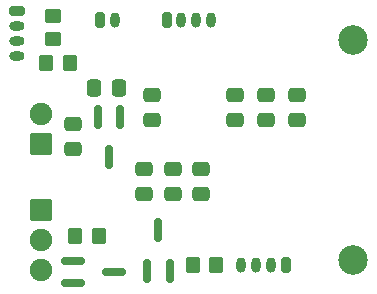
<source format=gbr>
%TF.GenerationSoftware,KiCad,Pcbnew,9.0.1*%
%TF.CreationDate,2025-07-19T18:14:50+02:00*%
%TF.ProjectId,ventilation,76656e74-696c-4617-9469-6f6e2e6b6963,rev?*%
%TF.SameCoordinates,Original*%
%TF.FileFunction,Soldermask,Bot*%
%TF.FilePolarity,Negative*%
%FSLAX46Y46*%
G04 Gerber Fmt 4.6, Leading zero omitted, Abs format (unit mm)*
G04 Created by KiCad (PCBNEW 9.0.1) date 2025-07-19 18:14:50*
%MOMM*%
%LPD*%
G01*
G04 APERTURE LIST*
G04 Aperture macros list*
%AMRoundRect*
0 Rectangle with rounded corners*
0 $1 Rounding radius*
0 $2 $3 $4 $5 $6 $7 $8 $9 X,Y pos of 4 corners*
0 Add a 4 corners polygon primitive as box body*
4,1,4,$2,$3,$4,$5,$6,$7,$8,$9,$2,$3,0*
0 Add four circle primitives for the rounded corners*
1,1,$1+$1,$2,$3*
1,1,$1+$1,$4,$5*
1,1,$1+$1,$6,$7*
1,1,$1+$1,$8,$9*
0 Add four rect primitives between the rounded corners*
20,1,$1+$1,$2,$3,$4,$5,0*
20,1,$1+$1,$4,$5,$6,$7,0*
20,1,$1+$1,$6,$7,$8,$9,0*
20,1,$1+$1,$8,$9,$2,$3,0*%
G04 Aperture macros list end*
%ADD10RoundRect,0.200000X-0.450000X0.200000X-0.450000X-0.200000X0.450000X-0.200000X0.450000X0.200000X0*%
%ADD11O,1.300000X0.800000*%
%ADD12RoundRect,0.285750X-0.666750X-0.666750X0.666750X-0.666750X0.666750X0.666750X-0.666750X0.666750X0*%
%ADD13C,1.905000*%
%ADD14RoundRect,0.200000X-0.200000X-0.450000X0.200000X-0.450000X0.200000X0.450000X-0.200000X0.450000X0*%
%ADD15O,0.800000X1.300000*%
%ADD16C,2.500000*%
%ADD17RoundRect,0.200000X0.200000X0.450000X-0.200000X0.450000X-0.200000X-0.450000X0.200000X-0.450000X0*%
%ADD18RoundRect,0.250000X0.337500X0.475000X-0.337500X0.475000X-0.337500X-0.475000X0.337500X-0.475000X0*%
%ADD19RoundRect,0.250000X-0.450000X0.350000X-0.450000X-0.350000X0.450000X-0.350000X0.450000X0.350000X0*%
%ADD20RoundRect,0.162500X-0.837500X-0.162500X0.837500X-0.162500X0.837500X0.162500X-0.837500X0.162500X0*%
%ADD21RoundRect,0.162500X0.162500X-0.837500X0.162500X0.837500X-0.162500X0.837500X-0.162500X-0.837500X0*%
%ADD22RoundRect,0.250000X-0.475000X0.337500X-0.475000X-0.337500X0.475000X-0.337500X0.475000X0.337500X0*%
%ADD23RoundRect,0.250000X0.350000X0.450000X-0.350000X0.450000X-0.350000X-0.450000X0.350000X-0.450000X0*%
%ADD24RoundRect,0.250000X0.475000X-0.337500X0.475000X0.337500X-0.475000X0.337500X-0.475000X-0.337500X0*%
%ADD25RoundRect,0.162500X-0.162500X0.837500X-0.162500X-0.837500X0.162500X-0.837500X0.162500X0.837500X0*%
%ADD26RoundRect,0.250000X-0.350000X-0.450000X0.350000X-0.450000X0.350000X0.450000X-0.350000X0.450000X0*%
G04 APERTURE END LIST*
D10*
%TO.C,J2*%
X162900000Y-76730000D03*
D11*
X162900000Y-77980000D03*
X162900000Y-79230000D03*
X162900000Y-80480000D03*
%TD*%
D12*
%TO.C,J1*%
X164940000Y-93580000D03*
D13*
X164940000Y-96120000D03*
X164940000Y-98660000D03*
%TD*%
%TO.C,J5*%
X164970000Y-85460000D03*
D12*
X164970000Y-88000000D03*
%TD*%
D14*
%TO.C,J7*%
X169950000Y-77500000D03*
D15*
X171200000Y-77500000D03*
%TD*%
D16*
%TO.C,H2*%
X191400000Y-97800000D03*
%TD*%
%TO.C,H1*%
X191400000Y-79200000D03*
%TD*%
D14*
%TO.C,J3*%
X175600000Y-77500000D03*
D15*
X176850000Y-77500000D03*
X178100000Y-77500000D03*
X179350000Y-77500000D03*
%TD*%
D17*
%TO.C,J4*%
X185675000Y-98245000D03*
D15*
X184425000Y-98245000D03*
X183175000Y-98245000D03*
X181925000Y-98245000D03*
%TD*%
D18*
%TO.C,C11*%
X171537500Y-83200000D03*
X169462500Y-83200000D03*
%TD*%
D19*
%TO.C,R9*%
X165970000Y-77120000D03*
X165970000Y-79120000D03*
%TD*%
D20*
%TO.C,Q1*%
X167690000Y-99750000D03*
X167690000Y-97850000D03*
X171110000Y-98800000D03*
%TD*%
D21*
%TO.C,Q2*%
X175850000Y-98710000D03*
X173950000Y-98710000D03*
X174900000Y-95290000D03*
%TD*%
D22*
%TO.C,C7*%
X186600000Y-83862500D03*
X186600000Y-85937500D03*
%TD*%
D23*
%TO.C,R6*%
X179800000Y-98200000D03*
X177800000Y-98200000D03*
%TD*%
D22*
%TO.C,C2*%
X174400000Y-83862500D03*
X174400000Y-85937500D03*
%TD*%
%TO.C,C8*%
X184000000Y-83862500D03*
X184000000Y-85937500D03*
%TD*%
D24*
%TO.C,C4*%
X176100000Y-92200000D03*
X176100000Y-90125000D03*
%TD*%
%TO.C,C10*%
X167700000Y-88377500D03*
X167700000Y-86302500D03*
%TD*%
%TO.C,C3*%
X173700000Y-92200000D03*
X173700000Y-90125000D03*
%TD*%
%TO.C,C1*%
X178500000Y-92200000D03*
X178500000Y-90125000D03*
%TD*%
D22*
%TO.C,C5*%
X181400000Y-83862500D03*
X181400000Y-85937500D03*
%TD*%
D25*
%TO.C,U2*%
X169750000Y-85690000D03*
X171650000Y-85690000D03*
X170700000Y-89110000D03*
%TD*%
D23*
%TO.C,R3*%
X169840000Y-95800000D03*
X167840000Y-95800000D03*
%TD*%
D26*
%TO.C,R10*%
X165400000Y-81100000D03*
X167400000Y-81100000D03*
%TD*%
M02*

</source>
